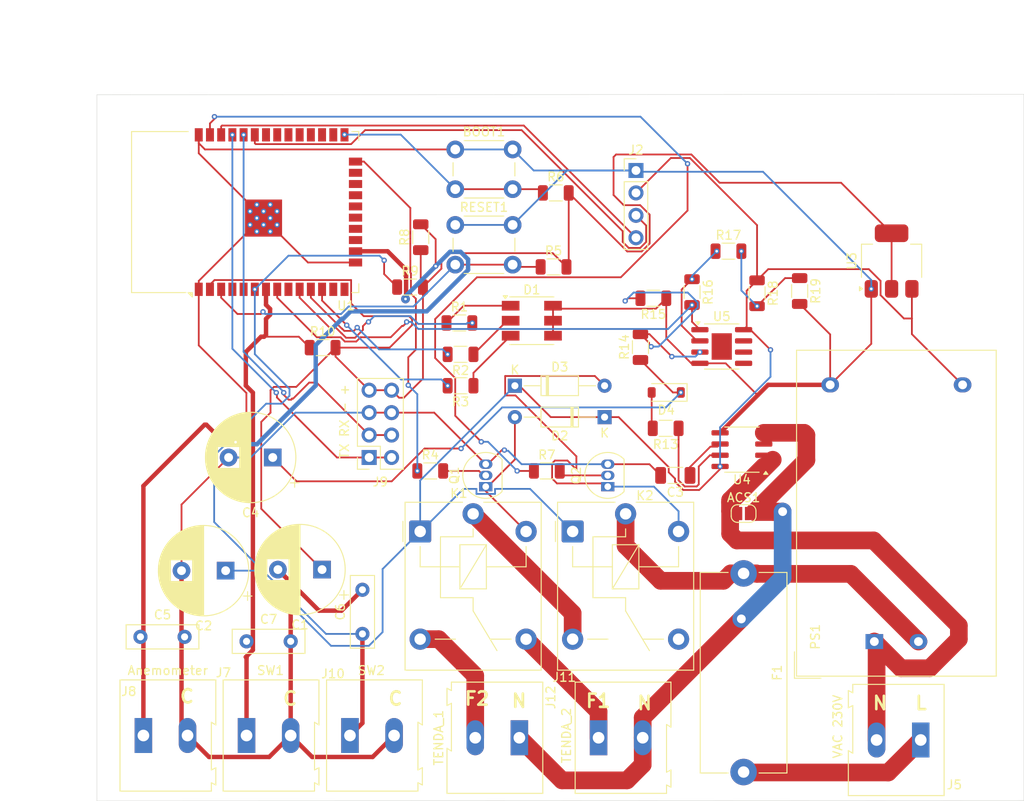
<source format=kicad_pcb>
(kicad_pcb (version 20241229) (generator "pcbnew") (generator_version "9.0")
  (layers (0 "F.Cu" signal) (2 "B.Cu" signal) (13 "F.Paste" user) (15 "B.Paste" user) (5 "F.SilkS" user "F.Silkscreen") (7 "B.SilkS" user "B.Silkscreen") (1 "F.Mask" user) (3 "B.Mask" user) (25 "Edge.Cuts" user))
  (net 0 "")
  (net 1 "GND")
  (net 2 "Net-(U1-IO0)")
  (net 3 "+3V3")
  (net 4 "+5V")
  (net 5 "Net-(D1-BA)")
  (net 6 "Net-(D1-GA)")
  (net 7 "Net-(D1-RA)")
  (net 8 "Net-(D2-A)")
  (net 9 "Net-(D3-A)")
  (net 10 "Net-(J8-Pin_1)")
  (net 11 "Net-(J2-Pin_3)")
  (net 12 "Net-(J2-Pin_4)")
  (net 13 "/230V_N")
  (net 14 "/230V_L")
  (net 15 "Net-(J7-Pin_1)")
  (net 16 "Net-(J9-Pin_3)")
  (net 17 "Net-(J9-Pin_1)")
  (net 18 "Net-(J10-Pin_1)")
  (net 19 "Net-(K1-Pad11)")
  (net 21 "Net-(Q1-B)")
  (net 22 "Net-(Q2-B)")
  (net 23 "Net-(U1-IO25)")
  (net 24 "Net-(U1-IO26)")
  (net 25 "Net-(U1-IO27)")
  (net 26 "Net-(U1-IO2)")
  (net 27 "Net-(U1-EN)")
  (net 28 "Net-(U1-IO23)")
  (net 39 "/230V_N_TENDA")
  (net 49 "Net-(J11-Pin_1)")
  (net 50 "Net-(J12-Pin_2)")
  (net 51 "Net-(J5-Pin_1)")
  (net 52 "Net-(U4-FILTER)")
  (net 53 "Net-(D4-K)")
  (net 54 "Net-(D4-A)")
  (net 55 "Net-(U4-VIOUT)")
  (net 56 "Net-(U5A-+)")
  (net 57 "Net-(U5A--)")
  (net 58 "/ampmeter")
  (net 59 "Net-(R17-Pad2)")
  (footprint "Jumper:SolderJumper-2_P1.3mm_Open_RoundedPad1.0x1.5mm" (layer "F.Cu") (at 143.256 107.442)
    (property "Reference" "ACS1")
    (property "Value" "JUMP")
  )
  (footprint "Capacitor_THT:CP_Radial_D10.0mm_P5.00mm" (layer "F.Cu") (at 89.916 101.092 180)
    (property "Reference" "C4")
    (property "Value" "56uF")
  )
  (footprint "Resistor_SMD:R_1206_3216Metric" (layer "F.Cu") (at 121.7275 79.502)
    (property "Reference" "R5")
    (property "Value" "R10K")
  )
  (footprint "Resistor_SMD:R_1206_3216Metric" (layer "F.Cu") (at 111.1905 89.408 180)
    (property "Reference" "R2")
    (property "Value" "R100")
  )
  (footprint "Capacitor_THT:C_Disc_D8.0mm_W2.5mm_P5.00mm" (layer "F.Cu") (at 74.93 121.412)
    (property "Reference" "C5")
    (property "Value" "C")
  )
  (footprint "Resistor_SMD:R_1206_3216Metric" (layer "F.Cu") (at 111.1905 92.964 180)
    (property "Reference" "R3")
    (property "Value" "R100")
  )
  (footprint "Package_TO_SOT_THT:TO-92_Inline" (layer "F.Cu") (at 114.046 104.394 90)
    (property "Reference" "Q1")
    (property "Value" "BC547")
  )
  (footprint "Fuse:Fuseholder_Cylinder-5x20mm_Schurter_0031_8201_Horizontal_Open" (layer "F.Cu") (at 143.256 114.226 -90)
    (property "Reference" "F1")
    (property "Value" "Fuse")
  )
  (footprint "TerminalBlock:TerminalBlock_Altech_AK300-2_P5.00mm" (layer "F.Cu") (at 98.664 132.588)
    (property "Reference" "J10")
    (property "Value" "SW2")
  )
  (footprint "Resistor_SMD:R_1206_3216Metric" (layer "F.Cu") (at 95.5655 88.646)
    (property "Reference" "R10")
    (property "Value" "R10K")
  )
  (footprint "Package_SO:SOIC-8_3.9x4.9mm_P1.27mm" (layer "F.Cu") (at 143.067 100.203 180)
    (property "Reference" "U4")
    (property "Value" "ACS712xLCTR-05B")
  )
  (footprint "Resistor_SMD:R_1206_3216Metric" (layer "F.Cu") (at 120.9655 102.616)
    (property "Reference" "R7")
    (property "Value" "R330")
  )
  (footprint "RF_Module:ESP32-WROOM-32" (layer "F.Cu") (at 89.784 73.292 90)
    (property "Reference" "U1")
    (property "Value" "ESP32-WROOM-32")
  )
  (footprint "Resistor_SMD:R_1206_3216Metric" (layer "F.Cu") (at 137.414 82.3575 -90)
    (property "Reference" "R16")
    (property "Value" "R12k")
  )
  (footprint "TerminalBlock:TerminalBlock_Altech_AK300-2_P5.00mm" (layer "F.Cu") (at 117.856 132.842 180)
    (property "Reference" "J12")
    (property "Value" "TENDA_1")
  )
  (footprint "Relay_THT:Relay_SPDT_Finder_36.11" (layer "F.Cu") (at 123.89 109.474)
    (property "Reference" "K2")
    (property "Value" "FINDER-36.11")
  )
  (footprint "Resistor_SMD:R_1206_3216Metric" (layer "F.Cu") (at 111.0595 85.852)
    (property "Reference" "R1")
    (property "Value" "R100")
  )
  (footprint "Package_SO:SOIC-8-1EP_3.9x4.9mm_P1.27mm_EP2.29x3mm" (layer "F.Cu") (at 140.781 88.519)
    (property "Reference" "U5")
    (property "Value" "LM358")
  )
  (footprint "Resistor_SMD:R_1206_3216Metric" (layer "F.Cu") (at 134.4275 97.79 180)
    (property "Reference" "R13")
    (property "Value" "R100")
  )
  (footprint "TerminalBlock:TerminalBlock_Altech_AK300-2_P5.00mm" (layer "F.Cu") (at 75.264 132.588)
    (property "Reference" "J8")
    (property "Value" "Anemometer")
  )
  (footprint "Resistor_SMD:R_1206_3216Metric" (layer "F.Cu") (at 144.78 82.4885 -90)
    (property "Reference" "R18")
    (property "Value" "R470")
  )
  (footprint "Relay_THT:Relay_SPDT_Finder_36.11" (layer "F.Cu") (at 106.618 109.474)
    (property "Reference" "K1")
    (property "Value" "FINDER-36.11")
  )
  (footprint "Diode_THT:D_DO-35_SOD27_P10.16mm_Horizontal" (layer "F.Cu") (at 117.348 92.964)
    (property "Reference" "D3")
    (property "Value" "Diode")
  )
  (footprint "Button_Switch_THT:SW_PUSH_6mm_H4.3mm" (layer "F.Cu") (at 110.594 74.748)
    (property "Reference" "RESET1")
    (property "Value" "RESET")
  )
  (footprint "Resistor_SMD:R_1206_3216Metric" (layer "F.Cu") (at 107.7575 102.616)
    (property "Reference" "R4")
    (property "Value" "R330")
  )
  (footprint "LED_SMD:LED_RGB_5050-6" (layer "F.Cu") (at 119.266 85.598)
    (property "Reference" "D1")
    (property "Value" "LED RGB")
  )
  (footprint "Capacitor_THT:CP_Radial_D10.0mm_P5.00mm" (layer "F.Cu") (at 84.582 113.912 180)
    (property "Reference" "C2")
    (property "Value" "C_Polarized")
  )
  (footprint "Resistor_SMD:R_1206_3216Metric" (layer "F.Cu") (at 133.0345 83.058 180)
    (property "Reference" "R15")
    (property "Value" "R12k")
  )
  (footprint "Resistor_SMD:R_1206_3216Metric" (layer "F.Cu") (at 141.5395 77.724)
    (property "Reference" "R17")
    (property "Value" "R10k")
  )
  (footprint "Resistor_SMD:R_1206_3216Metric" (layer "F.Cu") (at 105.4715 81.788)
    (property "Reference" "R9")
    (property "Value" "R10K")
  )
  (footprint "Button_Switch_THT:SW_PUSH_6mm_H4.3mm" (layer "F.Cu") (at 110.594 66.198)
    (property "Reference" "BOOT1")
    (property "Value" "BOOT")
  )
  (footprint "Capacitor_THT:CP_Radial_D10.0mm_P5.00mm" (layer "F.Cu") (at 95.504 113.792 180)
    (property "Reference" "C1")
    (property "Value" "C_Polarized")
  )
  (footprint "Connector_PinHeader_2.54mm:PinHeader_1x04_P2.54mm_Vertical" (layer "F.Cu") (at 131.064 68.58)
    (property "Reference" "J2")
    (property "Value" "I2C connector")
  )
  (footprint "Capacitor_THT:C_Disc_D8.0mm_W2.5mm_P5.00mm" (layer "F.Cu") (at 86.948 121.92)
    (property "Reference" "C7")
    (property "Value" "C")
  )
  (footprint "Resistor_SMD:R_1206_3216Metric" (layer "F.Cu") (at 121.9815 71.12)
    (property "Reference" "R6")
    (property "Value" "R10K")
  )
  (footprint "Resistor_SMD:R_1206_3216Metric" (layer "F.Cu") (at 106.68 76.1385 90)
    (property "Reference" "R8")
    (property "Value" "R10K")
  )
  (footprint "Inductor_SMD:L_1206_3216Metric_Pad1.22x1.90mm_HandSolder" (layer "F.Cu") (at 135.5205 103.124 180)
    (property "Reference" "C3")
    (property "Value" "1nF")
  )
  (footprint "TerminalBlock:TerminalBlock_Altech_AK300-2_P5.00mm" (layer "F.Cu") (at 86.948 132.588)
    (property "Reference" "J7")
    (property "Value" "SW1")
  )
  (footprint "TerminalBlock:TerminalBlock_Altech_AK300-2_P5.00mm" (layer "F.Cu") (at 126.826 132.842)
    (property "Reference" "J11")
    (property "Value" "TENDA_2")
  )
  (footprint "Diode_SMD:D_SOD-123" (layer "F.Cu") (at 134.492 93.726 180)
    (property "Reference" "D4")
    (property "Value" "1N4148W")
  )
  (footprint "Package_TO_SOT_THT:TO-92_Inline" (layer "F.Cu") (at 127.868 104.394 90)
    (property "Reference" "Q2")
    (property "Value" "BC547")
  )
  (footprint "Capacitor_THT:C_Disc_D8.0mm_W2.5mm_P5.00mm" (layer "F.Cu") (at 100.076 121.078 90)
    (property "Reference" "C6")
    (property "Value" "C")
  )
  (footprint "Connector_PinSocket_2.54mm:PinSocket_2x04_P2.54mm_Vertical" (layer "F.Cu") (at 100.838 101.092 180)
    (property "Reference" "J9")
    (property "Value" "TX RX - +")
  )
  (footprint "Resistor_SMD:R_1206_3216Metric" (layer "F.Cu") (at 149.606 82.2345 -90)
    (property "Reference" "R19")
    (property "Value" "R180")
  )
  (footprint "TerminalBlock:TerminalBlock_Altech_AK300-2_P5.00mm" (layer "F.Cu") (at 163.322 133.096 180)
    (property "Reference" "J5")
    (property "Value" "VAC 230V")
  )
  (footprint "Converter_ACDC:Converter_ACDC_Hi-Link_HLK-PMxx" (layer "F.Cu") (at 158.0655 121.9445 90)
    (property "Reference" "PS1")
    (property "Value" "HLK-PM01")
  )
  (footprint "Package_TO_SOT_SMD:SOT-223-3_TabPin2" (layer "F.Cu") (at 160.02 78.842 90)
    (property "Reference" "U3")
    (property "Value" "AMS1117-3.3")
  )
  (footprint "Diode_THT:D_DO-35_SOD27_P10.16mm_Horizontal" (layer "F.Cu") (at 127.508 96.52 180)
    (property "Reference" "D2")
    (property "Value" "Diode")
  )
  (footprint "Resistor_SMD:R_1206_3216Metric" (layer "F.Cu") (at 131.572 88.5845 90)
    (property "Reference" "R14")
    (property "Value" "R10k")
  )
  (gr_line (start 175.006 139.954) (end 175.006 59.954) (stroke (width 0.05)) (layer "Edge.Cuts"))
  (gr_line (start 175.006 59.954) (end 70 60) (stroke (width 0.05)) (layer "Edge.Cuts"))
  (gr_line (start 70 140) (end 175.006 139.954) (stroke (width 0.05)) (layer "Edge.Cuts"))
  (gr_line (start 70 60) (end 70 140) (stroke (width 0.05)) (layer "Edge.Cuts"))
  (gr_text "C" (at 79.248 129.032 0) (layer "F.SilkS") (effects (font (size 1.5 1.5) (thickness 0.3) (bold yes)) (justify left bottom)))
  (gr_text "N" (at 116.84 129.54 0) (layer "F.SilkS") (effects (font (size 1.5 1.5) (thickness 0.3) (bold yes)) (justify left bottom)))
  (gr_text "N" (at 131.064 129.794 0) (layer "F.SilkS") (effects (font (size 1.5 1.5) (thickness 0.3) (bold yes)) (justify left bottom)))
  (gr_text "F1" (at 125.222 129.54 0) (layer "F.SilkS") (effects (font (size 1.5 1.5) (thickness 0.3) (bold yes)) (justify left bottom)))
  (gr_text "F2" (at 111.506 129.286 0) (layer "F.SilkS") (effects (font (size 1.5 1.5) (thickness 0.3) (bold yes)) (justify left bottom)))
  (gr_text "C" (at 90.932 129.286 0) (layer "F.SilkS") (effects (font (size 1.5 1.5) (thickness 0.3) (bold yes)) (justify left bottom)))
  (gr_text "L" (at 162.56 129.794 0) (layer "F.SilkS") (effects (font (size 1.5 1.5) (thickness 0.3) (bold yes)) (justify left bottom)))
  (gr_text "N" (at 157.734 129.794 0) (layer "F.SilkS") (effects (font (size 1.5 1.5) (thickness 0.3) (bold yes)) (justify left bottom)))
  (gr_text "C" (at 102.87 129.286 0) (layer "F.SilkS") (effects (font (size 1.5 1.5) (thickness 0.3) (bold yes)) (justify left bottom)))
  (segment (start 88.654 73.972) (end 88.874 73.972) (width 0.2) (layer "F.Cu") (net 1))
  (segment (start 114.046 101.854) (end 114.271 101.854) (width 0.2) (layer "F.Cu") (net 1))
  (segment (start 86.330213 101.092) (end 86.931482 100.490731) (width 0.2) (layer "F.Cu") (net 1))
  (segment (start 97.71 118.444) (end 95.156 118.444) (width 0.5) (layer "F.Cu") (net 1))
  (segment (start 80.264 132.334) (end 79.582 131.652) (width 0.5) (layer "F.Cu") (net 1))
  (segment (start 133.321 84.234) (end 134.497 83.058) (width 0.2) (layer "F.Cu") (net 1))
  (segment (start 84.916 101.092) (end 79.582 106.426) (width 0.2) (layer "F.Cu") (net 1))
  (segment (start 134.497 83.058) (end 134.497 87.589999) (width 0.2) (layer "F.Cu") (net 1))
  (segment (start 100.076 116.078) (end 97.71 118.444) (width 0.5) (layer "F.Cu") (net 1))
  (segment (start 89.517 135.019) (end 82.695 135.019) (width 0.5) (layer "F.Cu") (net 1))
  (segment (start 91.948 115.236) (end 91.948 132.588) (width 0.5) (layer "F.Cu") (net 1))
  (segment (start 99.294 79.002) (end 93.904 79.002) (width 0.2) (layer "F.Cu") (net 1))
  (segment (start 79.582 131.652) (end 79.582 113.912) (width 0.5) (layer "F.Cu") (net 1))
  (segment (start 86.931482 100.490731) (end 86.931482 93.789482) (width 0.2) (layer "F.Cu") (net 1))
  (segment (start 144.845 94.045) (end 146.0255 92.8645) (width 0.5) (layer "F.Cu") (net 1))
  (segment (start 94.379 135.019) (end 91.948 132.588) (width 0.5) (layer "F.Cu") (net 1))
  (segment (start 80.264 132.588) (end 80.264 132.334) (width 0.5) (layer "F.Cu") (net 1))
  (segment (start 81.534 65.492) (end 82.24 66.198) (width 0.2) (layer "F.Cu") (net 1))
  (segment (start 82.24 66.198) (end 110.594 66.198) (width 0.2) (layer "F.Cu") (net 1))
  (segment (start 84.916 101.092) (end 86.330213 101.092) (width 0.2) (layer "F.Cu") (net 1))
  (segment (start 141.224 90.424) (end 144.845 94.045) (width 0.2) (layer "F.Cu") (net 1))
  (segment (start 90.504 113.792) (end 91.948 115.236) (width 0.5) (layer "F.Cu") (net 1))
  (segment (start 115.87362 100.25138) (end 116.15662 100.25138) (width 0.2) (layer "F.Cu") (net 1))
  (segment (start 93.904 79.002) (end 88.874 73.972) (width 0.2) (layer "F.Cu") (net 1))
  (segment (start 81.534 66.632) (end 87.349 72.447) (width 0.2) (layer "F.Cu") (net 1))
  (segment (start 103.664 132.588) (end 101.233 135.019) (width 0.5) (layer "F.Cu") (net 1))
  (segment (start 91.948 132.588) (end 89.517 135.019) (width 0.5) (layer "F.Cu") (net 1))
  (segment (start 81.534 64.542) (end 81.534 66.632) (width 0.2) (layer "F.Cu") (net 1))
  (segment (start 86.931482 93.789482) (end 81.534 88.392) (width 0.2) (layer "F.Cu") (net 1))
  (segment (start 146.0255 92.8645) (end 153.0655 92.8645) (width 0.5) (layer "F.Cu") (net 1))
  (segment (start 81.534 81.092) (end 88.654 73.972) (width 0.2) (layer "F.Cu") (net 1))
  (segment (start 122.002 84.234) (end 133.321 84.234) (width 0.2) (layer "F.Cu") (net 1))
  (segment (start 81.534 82.042) (end 81.534 81.092) (width 0.2) (layer "F.Cu") (net 1))
  (segment (start 157.72 81.992) (end 157.72 88.21) (width 0.2) (layer "F.Cu") (net 1))
  (segment (start 153.0655 87.1565) (end 149.606 83.697) (width 0.2) (layer "F.Cu") (net 1))
  (segment (start 100.838 96.012) (end 103.378 96.012) (width 0.2) (layer "F.Cu") (net 1))
  (segment (start 132.588 101.854) (end 133.858 103.124) (width 0.2) (layer "F.Cu") (net 1))
  (segment (start 138.306 90.424) (end 141.224 90.424) (width 0.2) (layer "F.Cu") (net 1))
  (segment (start 81.534 88.392) (end 81.534 82.042) (width 0.2) (layer "F.Cu") (net 1))
  (segment (start 137.331001 90.424) (end 138.306 90.424) (width 0.2) (layer "F.Cu") (net 1))
  (segment (start 140.592 98.298) (end 144.845 94.045) (width 0.5) (layer "F.Cu") (net 1))
  (segment (start 121.666 83.898) (end 122.002 84.234) (width 0.2) (layer "F.Cu") (net 1))
  (segment (start 127.868 101.854) (end 132.588 101.854) (width 0.2) (layer "F.Cu") (net 1))
  (segment (start 101.233 135.019) (end 94.379 135.019) (width 0.5) (layer "F.Cu") (net 1))
  (segment (start 79.582 106.426) (end 79.582 113.912) (width 0.2) (layer "F.Cu") (net 1))
  (segment (start 153.0655 92.8645) (end 153.0655 87.1565) (width 0.2) (layer "F.Cu") (net 1))
  (segment (start 134.497 87.589999) (end 137.331001 90.424) (width 0.2) (layer "F.Cu") (net 1))
  (segment (start 95.156 118.444) (end 90.504 113.792) (width 0.5) (layer "F.Cu") (net 1))
  (segment (start 81.534 64.542) (end 81.534 65.492) (width 0.2) (layer "F.Cu") (net 1))
  (segment (start 108.204 96.012) (end 114.046 101.854) (width 0.2) (layer "F.Cu") (net 1))
  (segment (start 121.666 87.298) (end 121.666 83.898) (width 0.2) (layer "F.Cu") (net 1))
  (segment (start 103.378 96.012) (end 108.204 96.012) (width 0.2) (layer "F.Cu") (net 1))
  (segment (start 157.72 88.21) (end 153.0655 92.8645) (width 0.2) (layer "F.Cu") (net 1))
  (segment (start 82.695 135.019) (end 80.264 132.588) (width 0.5) (layer "F.Cu") (net 1))
  (segment (start 114.271 101.854) (end 115.87362 100.25138) (width 0.2) (layer "F.Cu") (net 1))
  (via (at 116.15662 100.25138) (size 0.6) (drill 0.3) (layers "F.Cu" "B.Cu") (net 1))
  (via (at 157.72 81.992) (size 0.6) (drill 0.3) (layers "F.Cu" "B.Cu") (net 1))
  (segment (start 157.72 80.992) (end 157.72 81.992) (width 0.2) (layer "B.Cu") (net 1))
  (segment (start 87.407636 101.092) (end 92.487635 96.012) (width 0.2) (layer "B.Cu") (net 1))
  (segment (start 145.45 68.722) (end 157.72 80.992) (width 0.2) (layer "B.Cu") (net 1))
  (segment (start 110.594 66.198) (end 117.094 66.198) (width 0.2) (layer "B.Cu") (net 1))
  (segment (start 84.916 101.092) (end 87.407636 101.092) (width 0.2) (layer "B.Cu") (net 1))
  (segment (start 127.868 101.854) (end 118.11 101.854) (width 0.2) (layer "B.Cu") (net 1))
  (segment (start 117.094 74.748) (end 123.262 68.58) (width 0.2) (layer "B.Cu") (net 1))
  (segment (start 117.094 66.198) (end 119.476 68.58) (width 0.2) (layer "B.Cu") (net 1))
  (segment (start 118.11 101.854) (end 116.586 100.33) (width 0.2) (layer "B.Cu") (net 1))
  (segment (start 116.586 100.33) (end 116.23524 100.33) (width 0.2) (layer "B.Cu") (net 1))
  (segment (start 131.206 68.722) (end 145.45 68.722) (width 0.2) (layer "B.Cu") (net 1))
  (segment (start 92.487635 96.012) (end 100.838 96.012) (width 0.2) (layer "B.Cu") (net 1))
  (segment (start 119.476 68.58) (end 131.064 68.58) (width 0.2) (layer "B.Cu") (net 1))
  (segment (start 110.594 74.748) (end 117.094 74.748) (width 0.2) (layer "B.Cu") (net 1))
  (segment (start 123.262 68.58) (end 131.064 68.58) (width 0.2) (layer "B.Cu") (net 1))
  (segment (start 131.064 68.58) (end 131.206 68.722) (width 0.2) (layer "B.Cu") (net 1))
  (segment (start 116.23524 100.33) (end 116.15662 100.25138) (width 0.2) (layer "B.Cu") (net 1))
  (segment (start 98.044 64.542) (end 98.044 64.516) (width 0.2) (layer "F.Cu") (net 2))
  (segment (start 117.094 70.698) (end 110.594 70.698) (width 0.2) (layer "F.Cu") (net 2))
  (segment (start 117.094 70.698) (end 120.097 70.698) (width 0.2) (layer "F.Cu") (net 2))
  (segment (start 120.097 70.698) (end 120.519 71.12) (width 0.2) (layer "F.Cu") (net 2))
  (via (at 98.044 64.516) (size 0.6) (drill 0.3) (layers "F.Cu" "B.Cu") (net 2))
  (segment (start 98.044 64.516) (end 104.412 64.516) (width 0.2) (layer "B.Cu") (net 2))
  (segment (start 104.412 64.516) (end 110.594 70.698) (width 0.2) (layer "B.Cu") (net 2))
  (segment (start 100.838 93.472) (end 103.378 93.472) (width 0.2) (layer "F.Cu") (net 3))
  (segment (start 132.616 73.58424) (end 132.616 76.84286) (width 0.2) (layer "F.Cu") (net 3))
  (segment (start 160.02 75.692) (end 154.297 69.969) (width 0.2) (layer "F.Cu") (net 3))
  (segment (start 131.54076 72.509) (end 132.616 73.58424) (width 0.2) (layer "F.Cu") (net 3))
  (segment (start 140.541924 69.969) (end 137.340924 66.768) (width 0.2) (layer "F.Cu") (net 3))
  (segment (start 89.664497 96.009503) (end 89.664497 93.476379) (width 0.2) (layer "F.Cu") (net 3))
  (segment (start 128.524 71.358) (end 129.675 72.509) (width 0.2) (layer "F.Cu") (net 3))
  (segment (start 129.675 72.509) (end 131.54076 72.509) (width 0.2) (layer "F.Cu") (net 3))
  (segment (start 88.615 97.059) (end 89.664497 96.009503) (width 0.2) (layer "F.Cu") (net 3))
  (segment (start 123.19 79.502) (end 121.635 77.947) (width 0.2) (layer "F.Cu") (net 3))
  (segment (start 103.378 93.472) (end 104.228 94.322) (width 0.2) (layer "F.Cu") (net 3))
  (segment (start 82.804 82.042) (end 82.804 81.51) (width 0.2) (layer "F.Cu") (net 3))
  (segment (start 106.934 81.788) (end 106.934 81.534) (width 0.2) (layer "F.Cu") (net 3))
  (segment (start 83.323 80.991) (end 98.795 80.991) (width 0.2) (layer "F.Cu") (net 3))
  (segment (start 109.022988 78.824012) (end 109.022988 79.699012) (width 0.2) (layer "F.Cu") (net 3))
  (segment (start 106.934 92.156093) (end 106.934 81.788) (width 0.2) (layer "F.Cu") (net 3))
  (segment (start 104.768093 94.322) (end 106.934 92.156093) (width 0.2) (layer "F.Cu") (net 3))
  (segment (start 105.699179 85.433528) (end 105.699179 86.102022) (width 0.2) (layer "F.Cu") (net 3))
  (segment (start 123.444 79.248) (end 123.19 79.502) (width 0.2) (layer "F.Cu") (net 3))
  (segment (start 132.616 76.84286) (end 131.70686 77.752) (width 0.2) (layer "F.Cu") (net 3))
  (segment (start 123.444 71.12) (end 123.444 79.248) (width 0.2) (layer "F.Cu") (net 3))
  (segment (start 131.70686 77.752) (end 130.076 77.752) (width 0.2) (layer "F.Cu") (net 3))
  (segment (start 106.68 81.28) (end 106.68 77.601) (width 0.2) (layer "F.Cu") (net 3))
  (segment (start 154.297 69.969) (end 140.541924 69.969) (width 0.2) (layer "F.Cu") (net 3))
  (segment (start 97.028 89.662) (end 100.838 93.472) (width 0.2) (layer "F.Cu") (net 3))
  (segment (start 82.804 81.51) (end 83.323 80.991) (width 0.2) (layer "F.Cu") (net 3))
  (segment (start 137.340924 66.768) (end 128.812 66.768) (width 0.2) (layer "F.Cu") (net 3))
  (segment (start 103.155201 88.646) (end 97.028 88.646) (width 0.2) (layer "F.Cu") (net 3))
  (segment (start 160.02 75.692) (end 160.02 81.992) (width 0.2) (layer "F.Cu") (net 3))
  (segment (start 88.615 106.903) (end 88.615 97.059) (width 0.2) (layer "F.Cu") (net 3))
  (segment (start 109.022988 79.699012) (end 106.934 81.788) (width 0.2) (layer "F.Cu") (net 3))
  (segment (start 98.795 83.651761) (end 100.22859 85.085351) (width 0.2) (layer "F.Cu") (net 3))
  (segment (start 128.524 67.056) (end 128.524 71.358) (width 0.2) (layer "F.Cu") (net 3))
  (segment (start 105.351002 85.085351) (end 105.699179 85.433528) (width 0.2) (layer "F.Cu") (net 3))
  (segment (start 128.812 66.768) (end 128.524 67.056) (width 0.2) (layer "F.Cu") (net 3))
  (segment (start 104.228 94.322) (end 104.768093 94.322) (width 0.2) (layer "F.Cu") (net 3))
  (segment (start 95.504 113.792) (end 88.615 106.903) (width 0.2) (layer "F.Cu") (net 3))
  (segment (start 97.028 88.646) (end 97.028 89.662) (width 0.2) (layer "F.Cu") (net 3))
  (segment (start 98.795 80.991) (end 98.795 83.651761) (width 0.2) (layer "F.Cu") (net 3))
  (segment (start 90.045258 93.095618) (end 92.578382 93.095618) (width 0.2) (layer "F.Cu") (net 3))
  (segment (start 130.076 77.752) (end 123.444 71.12) (width 0.2) (layer "F.Cu") (net 3))
  (segment (start 109.9 77.947) (end 109.022988 78.824012) (width 0.2) (layer "F.Cu") (net 3))
  (segment (start 92.578382 93.095618) (end 97.028 88.646) (width 0.2) (layer "F.Cu") (net 3))
  (segment (start 121.635 77.947) (end 109.9 77.947) (width 0.2) (layer "F.Cu") (net 3))
  (segment (start 105.699179 86.102022) (end 103.155201 88.646) (width 0.2) (layer "F.Cu") (net 3))
  (segment (start 100.22859 85.085351) (end 105.351002 85.085351) (width 0.2) (layer "F.Cu") (net 3))
  (segment (start 89.664497 93.476379) (end 90.045258 93.095618) (width 0.2) (layer "F.Cu") (net 3))
  (segment (start 106.934 81.534) (end 106.68 81.28) (width 0.2) (layer "F.Cu") (net 3))
  (segment (start 117.856 92.964) (end 121.412 96.52) (width 0.2) (layer "F.Cu") (net 4))
  (segment (start 135.49 103.845345) (end 135.49 103.486) (width 0.2) (layer "F.Cu") (net 4))
  (segment (start 137.175239 67.168) (end 144.78 74.772761) (width 0.2) (layer "F.Cu") (net 4))
  (segment (start 162.32 81.992) (end 162.32 85.344) (width 0.2) (layer "F.Cu") (net 4))
  (segment (start 162.32 85.344) (end 162.32 87.119) (width 0.2) (layer "F.Cu") (net 4))
  (segment (start 131.064 71.12) (end 135.016 67.168) (width 0.2) (layer "F.Cu") (net 4))
  (segment (start 162.32 87.119) (end 168.0655 92.8645) (width 0.2) (layer "F.Cu") (net 4))
  (segment (start 158.771 81.086992) (end 158.771 82.699008) (width 0.2) (layer "F.Cu") (net 4))
  (segment (start 135.49 103.486) (end 134.7715 102.7675) (width 0.2) (layer "F.Cu") (net 4))
  (segment (start 140.592 102.407999) (end 138.224999 104.775) (width 0.2) (layer "F.Cu") (net 4))
  (segment (start 134.7715 102.7675) (end 134.7715 102.18884) (width 0.2) (layer "F.Cu") (net 4))
  (segment (start 135.016 67.168) (end 137.175239 67.168) (width 0.2) (layer "F.Cu") (net 4))
  (segment (start 117.348 92.964) (end 117.856 92.964) (width 0.2) (layer "F.Cu") (net 4))
  (segment (start 158.771 82.699008) (end 161.415992 85.344) (width 0.2) (layer "F.Cu") (net 4))
  (segment (start 144.78 74.772761) (end 144.78 81.026) (width 0.2) (layer "F.Cu") (net 4))
  (segment (start 138.224999 104.775) (end 136.419655 104.775) (width 0.2) (layer "F.Cu") (net 4))
  (segment (start 134.7715 102.18884) (end 129.10266 96.52) (width 0.2) (layer "F.Cu") (net 4))
  (segment (start 136.419655 104.775) (end 135.49 103.845345) (width 0.2) (layer "F.Cu") (net 4))
  (segment (start 144.78 81.026) (end 146.05 79.756) (width 0.2) (layer "F.Cu") (net 4))
  (segment (start 144.78 81.026) (end 143.604 82.202) (width 0.2) (layer "F.Cu") (net 4))
  (segment (start 121.412 96.52) (end 127.508 96.52) (width 0.2) (layer "F.Cu") (net 4))
  (segment (start 143.256 86.614) (end 144.018 86.614) (width 0.2) (layer "F.Cu") (net 4))
  (segment (start 161.415992 85.344) (end 162.32 85.344) (width 0.2) (layer "F.Cu") (net 4))
  (segment (start 129.10266 96.52) (end 127.508 96.52) (width 0.2) (layer "F.Cu") (net 4))
  (segment (start 143.604 82.202) (end 143.604 86.266) (width 0.2) (layer "F.Cu") (net 4))
  (segment (start 140.592 102.108) (end 140.592 102.407999) (width 0.2) (layer "F.Cu") (net 4))
  (segment (start 146.05 79.756) (end 157.440008 79.756) (width 0.2) (layer "F.Cu") (net 4))
  (segment (start 144.018 86.614) (end 146.304 88.9) (width 0.2) (layer "F.Cu") (net 4))
  (segment (start 143.604 86.266) (end 143.256 86.614) (width 0.2) (layer "F.Cu") (net 4))
  (segment (start 157.440008 79.756) (end 158.771 81.086992) (width 0.2) (layer "F.Cu") (net 4))
  (via (at 146.304 88.9) (size 0.6) (drill 0.3) (layers "F.Cu" "B.Cu") (net 4))
  (via (at 140.592 102.108) (size 0.6) (drill 0.3) (layers "F.Cu" "B.Cu") (net 4))
  (segment (start 119.064 104.648) (end 123.89 109.474) (width 0.2) (layer "B.Cu") (net 4))
  (segment (start 112.995 105.22) (end 115.097 105.22) (width 0.2) (layer "B.Cu") (net 4))
  (segment (start 106.68 109.474) (end 111.506 104.648) (width 0.2) (layer "B.Cu") (net 4))
  (segment (start 111.506 104.648) (end 112.995 104.648) (width 0.2) (layer "B.Cu") (net 4))
  (segment (start 84.582 113.912) (end 88.004 113.912) (width 0.2) (layer "B.Cu") (net 4))
  (segment (start 106.618 109.474) (end 106.68 109.474) (width 0.2) (layer "B.Cu") (net 4))
  (segment (start 146.304 91.948) (end 140.592 97.66) (width 0.2) (layer "B.Cu") (net 4))
  (segment (start 112.995 104.648) (end 112.995 105.22) (width 0.2) (layer "B.Cu") (net 4))
  (segment (start 102.362 120.87435) (end 102.362 113.73) (width 0.2) (layer "B.Cu") (net 4))
  (segment (start 140.592 97.66) (end 140.592 102.108) (width 0.2) (layer "B.Cu") (net 4))
  (segment (start 96.52 122.428) (end 100.80835 122.428) (width 0.2) (layer "B.Cu") (net 4))
  (segment (start 102.362 113.73) (end 106.618 109.474) (width 0.2) (layer "B.Cu") (net 4))
  (segment (start 88.004 113.912) (end 96.52 122.428) (width 0.2) (layer "B.Cu") (net 4))
  (segment (start 115.097 104.648) (end 119.064 104.648) (width 0.2) (layer "B.Cu") (net 4))
  (segment (start 115.097 105.22) (end 115.097 104.648) (width 0.2) (layer "B.Cu") (net 4))
  (segment (start 146.304 88.9) (end 146.304 91.948) (width 0.2) (layer "B.Cu") (net 4))
  (segment (start 106.618 103.694) (end 106.618 109.474) (width 0.2) (layer "B.Cu") (net 4))
  (segment (start 117.348 92.964) (end 106.618 103.694) (width 0.2) (layer "B.Cu") (net 4))
  (segment (start 100.80835 122.428) (end 102.362 120.87435) (width 0.2) (layer "B.Cu") (net 4))
  (segment (start 116.866 83.898) (end 111.551 83.898) (width 0.2) (layer "F.Cu") (net 5))
  (segment (start 111.551 83.898) (end 109.597 85.852) (width 0.2) (layer "F.Cu") (net 5))
  (segment (start 112.653 92.964) (end 112.653 91.511) (width 0.2) (layer "F.Cu") (net 6))
  (segment (start 112.653 91.511) (end 116.866 87.298) (width 0.2) (layer "F.Cu") (net 6))
  (segment (start 116.866 85.598) (end 116.463 85.598) (width 0.2) (layer "F.Cu") (net 7))
  (segment (start 116.463 85.598) (end 112.653 89.408) (width 0.2) (layer "F.Cu") (net 7))
  (segment (start 117.348 96.52) (end 117.348 101.317) (width 0.2) (layer "F.Cu") (net 8))
  (segment (start 114.271 104.394) (end 114.046 104.394) (width 0.2) (layer "F.Cu") (net 8))
  (segment (start 114.046 104.902) (end 118.618 109.474) (width 0.2) (layer "F.Cu") (net 8))
  (segment (start 114.046 104.394) (end 114.046 104.902) (width 0.2) (layer "F.Cu") (net 8))
  (segment (start 117.348 101.317) (end 114.271 104.394) (width 0.2) (layer "F.Cu") (net 8))
  (segment (start 126.407 91.863) (end 116.247 91.863) (width 0.2) (layer "F.Cu") (net 9))
  (segment (start 127.508 92.964) (end 126.407 91.863) (width 0.2) (layer "F.Cu") (net 9))
  (segment (start 124.314 100.96314) (end 124.314 102.450315) (width 0.2) (layer "F.Cu") (net 9))
  (segment (start 124.314 102.450315) (end 123.303685 101.44) (width 0.2) (layer "F.Cu") (net 9))
  (segment (start 123.303685 101.44) (end 121.88034 101.44) (width 0.2) (layer "F.Cu") (net 9))
  (segment (start 116.247 94.065) (end 117.41586 94.065) (width 0.2) (layer "F.Cu") (net 9))
  (segment (start 121.88034 101.44) (end 121.5645 101.75584) (width 0.2) (layer "F.Cu") (net 9))
  (segment (start 116.247 91.863) (end 116.247 94.065) (width 0.2) (layer "F.Cu") (net 9))
  (segment (start 117.41586 94.065) (end 124.314 100.96314) (width 0.2) (layer "F.Cu") (net 9))
  (segment (start 127.74486 104.394) (end 127.868 104.394) (width 0.2) (layer "F.Cu") (net 9))
  (segment (start 121.5645 103.47616) (end 122.11934 104.031) (width 0.2) (layer "F.Cu") (net 9))
  (segment (start 122.11934 104.031) (end 127.38186 104.031) (width 0.2) (layer "F.Cu") (net 9))
  (segment (start 127.38186 104.031) (end 127.74486 104.394) (width 0.2) (layer "F.Cu") (net 9))
  (segment (start 121.5645 101.75584) (end 121.5645 103.47616) (width 0.2) (layer "F.Cu") (net 9))
  (segment (start 135.89 109.474) (end 135.89 107.188) (width 0.2) (layer "B.Cu") (net 9))
  (segment (start 133.096 104.394) (end 127.868 104.394) (width 0.2) (layer "B.Cu") (net 9))
  (segment (start 135.89 107.188) (end 133.096 104.394) (width 0.2) (layer "B.Cu") (net 9))
  (segment (start 104.934158 80.417924) (end 105.0225 80.506266) (width 0.5) (layer "F.Cu") (net 10))
  (segment (start 82.202959 97.375041) (end 82.389041 97.375041) (width 0.5) (layer "F.Cu") (net 10))
  (segment (start 99.294 77.732) (end 102.934223 77.732) (width 0.5) (layer "F.Cu") (net 10))
  (segment (start 102.934223 77.732) (end 104.934158 79.731935) (width 0.5) (layer "F.Cu") (net 10))
  (segment (start 104.957346 83.113903) (end 104.957346 83.135351) (width 0.5) (layer "F.Cu") (net 10))
  (segment (start 83.684071 98.670071) (end 85.021989 98.670071) (width 0.5) (layer "F.Cu") (net 10))
  (segment (start 75.264 132.588) (end 75.264 104.314) (width 0.5) (layer "F.Cu") (net 10))
  (segment (start 105.0225 80.506266) (end 105.0225 83.048749) (width 0.5) (layer "F.Cu") (net 10))
  (segment (start 106.68 74.676) (end 108.372988 76.368988) (width 0.2) (layer "F.Cu") (net 10))
  (segment (start 108.372988 76.368988) (end 108.372988 79.416988) (width 0.2) (layer "F.Cu") (net 10))
  (segment (start 105.0225 83.048749) (end 104.957346 83.113903) (width 0.5) (layer "F.Cu") (net 10))
  (segment (start 104.934158 79.731935) (end 104.934158 80.417924) (width 0.5) (layer "F.Cu") (net 10))
  (segment (start 75.264 104.314) (end 82.202959 97.375041) (width 0.5) (layer "F.Cu") (net 10))
  (segment (start 82.389041 97.375041) (end 83.684071 98.670071) (width 0.5) (layer "F.Cu") (net 10))
  (segment (start 85.021989 98.670071) (end 85.703949 99.352031) (width 0.5) (layer "F.Cu") (net 10))
  (via (at 108.372988 79.416988) (size 0.6) (drill 0.3) (layers "F.Cu" "B.Cu") (net 10))
  (via (at 85.703949 99.352031) (size 1) (drill 0.3) (layers "F.Cu" "B.Cu") (net 10))
  (via (at 104.957346 83.135351) (size 1) (drill 0.3) (layers "F.Cu" "B.Cu") (net 10))
  (segment (start 111.195024 77.797) (end 112.045 78.646976) (width 0.5) (layer "B.Cu") (net 10))
  (segment (start 85.742921 99.391003) (end 85.703949 99.352031) (width 0.5) (layer "B.Cu") (net 10))
  (segment (start 97.749008 85.387) (end 94.785004 88.351004) (width 0.5) (layer "B.Cu") (net 10))
  (segment (start 108.372988 79.416988) (end 109.992976 77.797) (width 0.5) (layer "B.Cu") (net 10))
  (segment (start 85.904204 99.588189) (end 85.742921 99.426906) (width 0.5) (layer "B.Cu") (net 10))
  (segment (start 98.737278 84.535351) (end 97.885629 85.387) (width 0.5) (layer "B.Cu") (net 10))
  (segment (start 107.358673 84.535351) (end 98.737278 84.535351) (width 0.5) (layer "B.Cu") (net 10))
  (segment (start 109.992976 77.797) (end 111.195024 77.797) (width 0.5) (layer "B.Cu") (net 10))
  (segment (start 104.957346 82.83263) (end 108.372988 79.416988) (width 0.5) (layer "B.Cu") (net 10))
  (segment (start 112.045 79.849024) (end 107.358673 84.535351) (width 0.5) (layer "B.Cu") (net 10))
  (segment (start 104.957346 83.135351) (end 104.957346 82.83263) (width 0.5) (layer "B.Cu") (net 10))
  (segment (start 94.785004 92.936814) (end 88.133629 99.588189) (width 0.5) (layer "B.Cu") (net 10))
  (segment (start 94.785004 88.351004) (end 94.785004 92.936814) (width 0.5) (layer "B.Cu") (net 10))
  (segment (start 97.885629 85.387) (end 97.749008 85.387) (width 0.5) (layer "B.Cu") (net 10))
  (segment (start 88.133629 99.588189) (end 85.904204 99.588189) (width 0.5) (layer "B.Cu") (net 10))
  (segment (start 85.742921 99.426906) (end 85.742921 99.391003) (width 0.5) (layer "B.Cu") (net 10))
  (segment (start 112.045 78.646976) (end 112.045 79.849024) (width 0.5) (layer "B.Cu") (net 10))
  (segment (start 131.54076 77.351) (end 130.240686 77.351) (width 0.2) (layer "F.Cu") (net 11))
  (segment (start 100.38 64.008) (end 98.795 65.593) (width 0.2) (layer "F.Cu") (net 11))
  (segment (start 129.558215 75.456215) (end 118.11 64.008) (width 0.2) (layer "F.Cu") (net 11))
  (segment (start 132.215 74.811) (end 132.215 76.67676) (width 0.2) (layer "F.Cu") (net 11))
  (segment (start 87.985 65.593) (end 87.884 65.492) (width 0.2) (layer "F.Cu") (net 11))
  (segment (start 87.884 65.492) (end 87.884 64.542) (width 0.2) (layer "F.Cu") (net 11))
  (segment (start 118.11 64.008) (end 100.38 64.008) (width 0.2) (layer "F.Cu") (net 11))
  (segment (start 131.064 73.66) (end 132.215 74.811) (width 0.2) (layer "F.Cu") (net 11))
  (segment (start 98.795 65.593) (end 87.985 65.593) (width 0.2) (layer "F.Cu") (net 11))
  (segment (start 130.240686 77.351) (end 129.558215 76.668529) (width 0.2) (layer "F.Cu") (net 11))
  (segment (start 132.215 76.67676) (end 131.54076 77.351) (width 0.2) (layer "F.Cu") (net 11))
  (segment (start 129.558215 76.668529) (end 129.558215 75.456215) (width 0.2) (layer "F.Cu") (net 11))
  (segment (start 84.074 63.592) (end 84.074 64.542) (width 0.2) (layer "F.Cu") (net 12))
  (segment (start 118.355 63.491) (end 84.175 63.491) (width 0.2) (layer "F.Cu") (net 12))
  (segment (start 131.064 76.2) (end 118.355 63.491) (width 0.2) (layer "F.Cu") (net 12))
  (segment (start 84.175 63.491) (end 84.074 63.592) (width 0.2) (layer "F.Cu") (net 12))
  (segment (start 141.732 107.188) (end 141.732 109.728) (width 2) (layer "F.Cu") (net 13))
  (segment (start 142.494 110.49) (end 157.988 110.49) (width 2) (layer "F.Cu") (net 13))
  (segment (start 141.732 105.918) (end 141.732 107.188) (width 2) (layer "F.Cu") (net 13))
  (segment (start 158.322 133.096) (end 158.322 122.201) (width 2) (layer "F.Cu") (net 13))
  (segment (start 141.732 107.188) (end 141.732 106.172) (width 2) (layer "F.Cu") (net 13))
  (segment (start 158.322 122.201) (end 158.0655 121.9445) (width 2) (layer "F.Cu") (net 13))
  (segment (start 141.732 106.172) (end 146.558 101.346) (width 2) (layer "F.Cu") (net 13))
  (segment (start 157.988 110.49) (end 167.64 120.142) (width 2) (layer "F.Cu") (net 13))
  (segment (start 141.732 109.728) (end 142.494 110.49) (width 2) (layer "F.Cu") (net 13))
  (segment (start 161.089 124.968) (end 158.0655 121.9445) (width 2) (layer "F.Cu") (net 13))
  (segment (start 164.338 124.968) (end 161.089 124.968) (width 2) (layer "F.Cu") (net 13))
  (segment (start 167.64 120.142) (end 167.64 121.666) (width 2) (layer "F.Cu") (net 13))
  (segment (start 167.64 121.666) (end 164.338 124.968) (width 2) (layer "F.Cu") (net 13))
  (segment (start 145.542 102.108) (end 141.732 105.918) (width 2) (layer "F.Cu") (net 13))
  (segment (start 144.756 114.276) (end 144.706 114.226) (width 2) (layer "F.Cu") (net 14))
  (segment (start 141.806 114.226) (end 140.97 115.062) (width 2) (layer "F.Cu") (net 14))
  (segment (start 144.706 114.226) (end 141.806 114.226) (width 2) (layer "F.Cu") (net 14))
  (segment (start 155.397 114.276) (end 144.756 114.276) (width 2) (layer "F.Cu") (net 14))
  (segment (start 133.858 115.062) (end 129.89 111.094) (width 2) (layer "F.Cu") (net 14))
  (segment (start 129.89 111.094) (end 129.89 107.474) (width 2) (layer "F.Cu") (net 14))
  (segment (start 163.0655 121.9445) (end 155.397 114.276) (width 2) (layer "F.Cu") (net 14))
  (segment (start 140.97 115.062) (end 133.858 115.062) (width 2) (layer "F.Cu") (net 14))
  (segment (start 86.948 123.778) (end 86.868 123.698) (width 0.5) (layer "F.Cu") (net 15))
  (segment (start 87.667999 93.748181) (end 86.868 92.948182) (width 0.5) (layer "F.Cu") (net 15))
  (segment (start 89.154 85.38406) (end 89.613964 84.924096) (width 0.5) (layer "F.Cu") (net 15))
  (segment (start 86.868 92.948182) (end 86.868 89.138183) (width 0.5) (layer "F.Cu") (net 15))
  (segment (start 89.154 83.80139) (end 89.154 82.042) (width 0.5) (layer "F.Cu") (net 15))
  (segment (start 88.935 87.411) (end 89.154 87.192) (width 0.5) (layer "F.Cu") (net 15))
  (segment (start 86.868 89.138183) (end 88.595183 87.411) (width 0.5) (layer "F.Cu") (net 15))
  (segment (start 89.613964 84.261354) (end 89.154 83.80139) (width 0.5) (layer "F.Cu") (net 15))
  (segment (start 89.154 87.192) (end 89.154 85.38406) (width 0.5) (layer "F.Cu") (net 15))
  (segment (start 94.103 88.646) (end 92.868 87.411) (width 0.2) (layer "F.Cu") (net 15))
  (segment (start 92.868 87.411) (end 88.935 87.411) (width 0.2) (layer "F.Cu") (net 15))
  (segment (start 87.667999 122.898001) (end 87.667999 93.748181) (width 0.5) (layer "F.Cu") (net 15))
  (segment (start 89.613964 84.924096) (end 89.613964 84.261354) (width 0.5) (layer "F.Cu") (net 15))
  (segment (start 86.948 132.588) (end 86.948 123.778) (width 0.5) (layer "F.Cu") (net 15))
  (segment (start 88.595183 87.411) (end 88.935 87.411) (width 0.5) (layer "F.Cu") (net 15))
  (segment (start 86.868 123.698) (end 87.667999 122.898001) (width 0.5) (layer "F.Cu") (net 15))
  (segment (start 92.072435 94.492431) (end 92.017993 94.546873) (width 0.2) (layer "F.Cu") (net 16))
  (segment (start 92.072435 94.451071) (end 92.072435 94.492431) (width 0.2) (layer "F.Cu") (net 16))
  (segment (start 91.1645 94.00026) (end 91.1645 93.748988) (width 0.2) (layer "F.Cu") (net 16))
  (segment (start 100.838 98.552) (end 94.894236 92.608236) (width 0.2) (layer "F.Cu") (net 16))
  (segment (start 91.1645 93.748988) (end 91.16113 93.745618) (width 0.2) (layer "F.Cu") (net 16))
  (segment (start 92.017993 94.546873) (end 91.711113 94.546873) (width 0.2) (layer "F.Cu") (net 16))
  (segment (start 94.04227 92.608236) (end 92.230633 94.419873) (width 0.2) (layer "F.Cu") (net 16))
  (segment (start 91.711113 94.546873) (end 91.1645 94.00026) (width 0.2) (layer "F.Cu") (net 16))
  (segment (start 92.103633 94.419873) (end 92.072435 94.451071) (width 0.2) (layer "F.Cu") (net 16))
  (segment (start 100.838 98.552) (end 103.378 98.552) (width 0.2) (layer "F.Cu") (net 16))
  (segment (start 94.894236 92.608236) (end 94.04227 92.608236) (width 0.2) (layer "F.Cu") (net 16))
  (segment (start 92.230633 94.419873) (end 92.103633 94.419873) (width 0.2) (layer "F.Cu") (net 16))
  (via (at 91.16113 93.745618) (size 0.6) (drill 0.3) (layers "F.Cu" "B.Cu") (net 16))
  (via (at 86.614 64.542) (size 0.6) (drill 0.3) (layers "F.Cu" "B.Cu") (net 16))
  (segment (start 91.16113 93.673012) (end 91.16113 93.745618) (width 0.2) (layer "B.Cu") (net 16))
  (segment (start 86.614 64.542) (end 86.614 89.125882) (width 0.2) (layer "B.Cu") (net 16))
  (segment (start 86.614 89.125882) (end 91.16113 93.673012) (width 0.2) (layer "B.Cu") (net 16))
  (segment (start 90.391908 93.915411) (end 90.314497 93.838) (width 0.2) (layer "F.Cu") (net 17))
  (segment (start 100.838 101.092) (end 97.191133 101.092) (width 0.2) (layer "F.Cu") (net 17))
  (segment (start 97.191133 101.092) (end 90.391908 94.292775) (width 0.2) (layer "F.Cu") (net 17))
  (segment (start 100.838 101.092) (end 103.378 101.092) (width 0.2) (layer "F.Cu") (net 17))
  (segment (start 90.391908 94.292775) (end 90.391908 93.915411) (width 0.2) (layer "F.Cu") (net 17))
  (segment (start 90.314497 93.838) (end 90.314497 93.745618) (width 0.2) (layer "F.Cu") (net 17))
  (via (at 85.344 64.542) (size 0.6) (drill 0.3) (layers "F.Cu" "B.Cu") (net 17))
  (via (at 90.314497 93.745618) (size 0.6) (drill 0.3) (layers "F.Cu" "B.Cu") (net 17))
  (segment (start 85.344 88.775121) (end 90.314497 93.745618) (width 0.2) (layer "B.Cu") (net 17))
  (segment (start 85.344 64.542) (end 85.344 88.775121) (width 0.2) (layer "B.Cu") (net 17))
  (segment (start 102.534905 80.313905) (end 102.534905 78.758459) (width 0.2) (layer "F.Cu") (net 18))
  (segment (start 100.076 131.176) (end 98.664 132.588) (width 0.5) (layer "F.Cu") (net 18))
  (segment (start 104.009 81.788) (end 102.534905 80.313905) (width 0.2) (layer "F.Cu") (net 18))
  (segment (start 100.076 121.078) (end 100.076 131.176) (width 0.5) (layer "F.Cu") (net 18))
  (via (at 87.884 82.042) (size 0.6) (drill 0.3) (layers "F.Cu" "B.Cu") (net 18))
  (via (at 102.534905 78.758459) (size 0.6) (drill 0.3) (layers "F.Cu" "B.Cu") (net 18))
  (segment (start 83.281 108.408892) (end 95.950108 121.078) (width 0.2) (layer "B.Cu") (net 18))
  (segment (start 84.443847 99.724261) (end 83.281 100.887108) (width 0.2) (layer "B.Cu") (net 18))
  (segment (start 84.443847 99.022153) (end 84.443847 99.724261) (width 0.2) (layer "B.Cu") (net 18))
  (segment (start 87.884 82.042) (end 91.694 78.232) (width 0.2) (layer "B.Cu") (net 18))
  (segment (start 87.884 89.384261) (end 91.8145 93.314761) (width 0.2) (layer "B.Cu") (net 18))
  (segment (start 86.348037 97.820071) (end 85.645929 97.820071) (width 0.2) (layer "B.Cu") (net 18))
  (segment (start 89.172108 94.996) (end 86.348037 97.820071) (width 0.2) (layer "B.Cu") (net 18))
  (segment (start 91.8145 93.314761) (end 91.8145 94.1005) (width 0.2) (layer "B.Cu") (net 18))
  (segment (start 91.8145 94.1005) (end 90.919 94.996) (width 0.2) (layer "B.Cu") (net 18))
  (segment (start 85.645929 97.820071) (end 84.443847 99.022153) (width 0.2) (layer "B.Cu") (net 18))
  (segment (start 91.694 78.232) (end 102.008446 78.232) (width 0.2) (layer "B.Cu") (net 18))
  (segment (start 90.919 94.996) (end 89.172108 94.996) (width 0.2) (layer "B.Cu") (net 18))
  (segment (start 83.281 100.887108) (end 83.281 108.408892) (width 0.2) (layer "B.Cu") (net 18))
  (segment (start 102.008446 78.232) (end 102.534905 78.758459) (width 0.2) (layer "B.Cu") (net 18))
  (segment (start 87.884 82.042) (end 87.884 89.384261) (width 0.2) (layer "B.Cu") (net 18))
  (segment (start 95.950108 121.078) (end 100.076 121.078) (width 0.2) (layer "B.Cu") (net 18))
  (segment (start 123.89 118.746) (end 112.618 107.474) (width 2) (layer "F.Cu") (net 19))
  (segment (start 123.89 121.674) (end 123.89 118.746) (width 2) (layer "F.Cu") (net 19))
  (segment (start 114.046 103.124) (end 113.792 103.124) (width 0.2) (layer "F.Cu") (net 21))
  (segment (start 113.792 103.124) (end 113.284 102.616) (width 0.2) (layer "F.Cu") (net 21))
  (segment (start 113.284 102.616) (end 109.22 102.616) (width 0.2) (layer "F.Cu") (net 21))
  (segment (start 127.868 103.124) (end 122.936 103.124) (width 0.2) (layer "F.Cu") (net 22))
  (segment (start 122.936 103.124) (end 122.428 102.616) (width 0.2) (layer "F.Cu") (net 22))
  (segment (start 97.036314 86.36) (end 97.699888 87.023574) (width 0.2) (layer "F.Cu") (net 23))
  (segment (start 92.964 82.992) (end 96.332 86.36) (width 0.2) (layer "F.Cu") (net 23))
  (segment (start 100.6061 85.735351) (end 100.763763 85.735351) (width 0.2) (layer "F.Cu") (net 23))
  (segment (start 97.715899 87.023574) (end 98.221367 87.529042) (width 0.2) (layer "F.Cu") (net 23))
  (segment (start 99.243521 87.529042) (end 100.132282 86.640281) (width 0.2) (layer "F.Cu") (net 23))
  (segment (start 92.964 82.042) (end 92.964 82.992) (width 0.2) (layer "F.Cu") (net 23))
  (segment (start 97.699888 87.023574) (end 97.715899 87.023574) (width 0.2) (layer "F.Cu") (net 23))
  (segment (start 100.132282 86.640281) (end 100.132282 86.209169) (width 0.2) (layer "F.Cu") (net 23))
  (segment (start 96.332 86.36) (end 97.036314 86.36) (width 0.2) (layer "F.Cu") (net 23))
  (segment (start 100.132282 86.209169) (end 100.6061 85.735351) (width 0.2) (layer "F.Cu") (net 23))
  (segment (start 98.221367 87.529042) (end 99.243521 87.529042) (width 0.2) (layer "F.Cu") (net 23))
  (via (at 112.522 85.852) (size 0.6) (drill 0.3) (layers "F.Cu" "B.Cu") (net 23))
  (via (at 100.763763 85.735351) (size 0.6) (drill 0.3) (layers "F.Cu" "B.Cu") (net 23))
  (segment (start 111.9595 85.852) (end 111.8515 85.96) (width 0.2) (layer "B.Cu") (net 23))
  (segment (start 112.522 85.852) (end 111.9595 85.852) (width 0.2) (layer "B.Cu") (net 23))
  (segment (start 111.8515 85.96) (end 106.39537 85.96) (width 0.2) (layer "B.Cu") (net 23))
  (segment (start 105.520721 85.085351) (end 101.413763 85.085351) (width 0.2) (layer "B.Cu") (net 23))
  (segment (start 106.39537 85.96) (end 105.520721 85.085351) (width 0.2) (layer "B.Cu") (net 23))
  (segment (start 101.413763 85.085351) (end 100.763763 85.735351) (width 0.2) (layer "B.Cu") (net 23))
  (segment (start 99.101282 86.752042) (end 99.482282 86.371042) (width 0.2) (layer "F.Cu") (net 24))
  (segment (start 94.234 82.992) (end 97.748 86.506) (width 0.2) (layer "F.Cu") (net 24))
  (segment (start 94.234 82.042) (end 94.234 82.992) (width 0.2) (layer "F.Cu") (net 24))
  (segment (start 97.748 86.506) (end 97.778761 86.506) (width 0.2) (layer "F.Cu") (net 24))
  (segment (start 98.024803 86.752042) (end 99.101282 86.752042) (width 0.2) (layer "F.Cu") (net 24))
  (segment (start 97.778761 86.506) (end 98.024803 86.752042) (width 0.2) (layer "F.Cu") (net 24))
  (via (at 109.728 89.408) (size 0.6) (drill 0.3) (layers "F.Cu" "B.Cu") (net 24))
  (via (at 99.482282 86.371042) (size 0.6) (drill 0.3) (layers "F.Cu" "B.Cu") (net 24))
  (segment (start 101.95674 88.8455) (end 99.482282 86.371042) (width 0.2) (layer "B.Cu") (net 24))
  (segment (start 109.728 89.408) (end 109.1655 88.8455) (width 0.2) (layer "B.Cu") (net 24))
  (segment (start 109.1655 88.8455) (end 101.95674 88.8455) (width 0.2) (layer "B.Cu") (net 24))
  (segment (start 95.504 82.042) (end 95.504 83.312) (width 0.2) (layer "F.Cu") (net 25))
  (segment (start 95.504 83.312) (end 98.298 86.106) (width 0.2) (layer "F.Cu") (net 25))
  (via (at 98.298 86.106) (size 0.6) (drill 0.3) (layers "F.Cu" "B.Cu") (net 25))
  (via (at 109.728 92.964) (size 0.6) (drill 0.3) (layers "F.Cu" "B.Cu") (net 25))
  (segment (start 98.298 86.106) (end 104.443 92.251) (width 0.2) (layer "B.Cu") (net 25))
  (segment (start 104.443 92.251) (end 109.015 92.251) (width 0.2) (layer "B.Cu") (net 25))
  (segment (start 109.015 92.251) (end 109.728 92.964) (width 0.2) (layer "B.Cu") (net 25))
  (segment (start 105.504 80.15834) (end 105.5725 80.22684) (width 0.2) (layer "F.Cu") (net 26))
  (segment (start 105.5725 82.548423) (end 106.131763 83.107686) (width 0.2) (layer "F.Cu") (net 26))
  (segment (start 105.504 72.832) (end 105.504 80.15834) (width 0.2) (layer "F.Cu") (net 26))
  (segment (start 100.244 67.572) (end 105.504 72.832) (width 0.2) (layer "F.Cu") (net 26))
  (segment (start 106.131763 88.87128) (end 105.269854 89.733189) (width 0.2) (layer "F.Cu") (net 26))
  (segment (start 105.269854 89.733189) (end 105.269854 92.901) (width 0.2) (layer "F.Cu") (net 26))
  (segment (start 105.5725 80.22684) (end 105.5725 82.548423) (width 0.2) (layer "F.Cu") (net 26))
  (segment (start 99.294 67.572) (end 100.244 67.572) (width 0.2) (layer "F.Cu") (net 26))
  (segment (start 106.131763 83.107686) (end 106.131763 88.87128) (width 0.2) (layer "F.Cu") (net 26))
  (via (at 105.269854 92.901) (size 0.6) (drill 0.3) (layers "F.Cu" "B.Cu") (net 26))
  (via (at 106.295 102.616) (size 0.6) (drill 0.3) (layers "F.Cu" "B.Cu") (net 26))
  (segment (start 106.295 93.926146) (end 105.269854 92.901) (width 0.2) (layer "B.Cu") (net 26))
  (segment (start 106.295 102.616) (end 106.295 93.926146) (width 0.2) (layer "B.Cu") (net 26))
  (segment (start 85.918 84.836) (end 88.570689 84.836) (width 0.2) (layer "F.Cu") (net 27))
  (segment (start 117.348 79.502) (end 117.094 79.248) (width 0.2) (layer "F.Cu") (net 27))
  (segment (start 117.094 79.248) (end 110.594 79.248) (width 0.2) (layer "F.Cu") (net 27))
  (segment (start 120.265 79.502) (end 117.348 79.502) (width 0.2) (layer "F.Cu") (net 27))
  (segment (start 84.074 82.042) (end 84.074 82.992) (width 0.2) (layer "F.Cu") (net 27))
  (segment (start 88.570689 84.836) (end 88.813964 84.592725) (width 0.2) (layer "F.Cu") (net 27))
  (segment (start 84.074 82.992) (end 85.918 84.836) (width 0.2) (layer "F.Cu") (net 27))
  (via (at 88.813964 84.592725) (size 0.6) (drill 0.3) (layers "F.Cu" "B.Cu") (net 27))
  (segment (start 98.50946 83.985351) (end 97.658811 84.836) (width 0.2) (layer "B.Cu") (net 27))
  (segment (start 105.856648 83.985352) (end 98.50946 83.985351) (width 0.2) (layer "B.Cu") (net 27))
  (segment (start 89.057239 84.836) (end 88.813964 84.592725) (width 0.2) (layer "B.Cu") (net 27))
  (segment (start 110.594 79.248) (end 105.856648 83.985352) (width 0.2) (layer "B.Cu") (net 27))
  (segment (start 97.658811 84.836) (end 89.057239 84.836) (width 0.2) (layer "B.Cu") (net 27))
  (segment (start 82.804 63.246) (end 82.804 64.542) (width 0.2) (layer "F.Cu") (net 28))
  (segment (start 119.503 102.616) (end 117.602 102.616) (width 0.2) (layer "F.Cu") (net 28))
  (segment (start 108.316 89.82834) (end 108.316 85.40934) (width 0.2) (layer "F.Cu") (net 28))
  (segment (start 83.312 62.738) (end 82.804 63.246) (width 0.2) (layer "F.Cu") (net 28))
  (segment (start 83.312 62.484) (end 83.312 62.738) (width 0.2) (layer "F.Cu") (net 28))
  (segment (start 136.906 73.118546) (end 136.906 67.818) (width 0.2) (layer "F.Cu") (net 28))
  (segment (start 110.5915 92.10384) (end 108.316 89.82834) (width 0.2) (layer "F.Cu") (net 28))
  (segment (start 113.04734 80.678) (end 129.346546 80.678) (width 0.2) (layer "F.Cu") (net 28))
  (segment (start 129.346546 80.678) (end 136.906 73.118546) (width 0.2) (layer "F.Cu") (net 28))
  (segment (start 110.5915 96.3675) (end 110.5915 92.10384) (width 0.2) (layer "F.Cu") (net 28))
  (segment (start 113.538 99.314) (end 110.5915 96.3675) (width 0.2) (layer "F.Cu") (net 28))
  (segment (start 108.316 85.40934) (end 113.04734 80.678) (width 0.2) (layer "F.Cu") (net 28))
  (via (at 136.906 67.818) (size 0.6) (drill 0.3) (layers "F.Cu" "B.Cu") (net 28))
  (via (at 113.538 99.314) (size 0.6) (drill 0.3) (layers "F.Cu" "B.Cu") (net 28))
  (via (at 117.602 102.616) (size 0.6) (drill 0.3) (layers "F.Cu" "B.Cu") (net 28))
  (via (at 83.312 62.484) (size 0.6) (drill 0.3) (layers "F.Cu" "B.Cu") (net 28))
  (segment (start 136.906 67.818) (end 131.572 62.484) (width 0.2) (layer "B.Cu") (net 28))
  (segment (start 114.3 99.314) (end 113.538 99.314) (width 0.2) (layer "B.Cu") (net 28))
  (segment (start 117.602 102.616) (end 114.3 99.314) (width 0.2) (layer "B.Cu") (net 28))
  (segment (start 131.572 62.484) (end 83.312 62.484) (width 0.2) (layer "B.Cu") (net 28))
  (segment (start 146.709121 107.271) (end 146.758121 107.222) (width 2) (layer "F.Cu") (net 39))
  (segment (start 130.048 137.668) (end 131.826 135.89) (width 2) (layer "F.Cu") (net 39))
  (segment (start 150.114 98.298) (end 145.542 98.298) (width 2) (layer "F.Cu") (net 39))
  (segment (start 131.826 132.842) (end 131.826 130.556) (width 2) (layer "F.Cu") (net 39))
  (segment (start 122.682 137.668) (end 130.048 137.668) (width 2) (layer "F.Cu") (net 39))
  (segment (start 150.368 101.386) (end 150.368 98.552) (width 2) (layer "F.Cu") (net 39))
  (segment (start 144.483 107.271) (end 150.368 101.386) (width 2) (layer "F.Cu") (net 39))
  (segment (start 146.758121 107.222) (end 147.678121 107.222) (width 2) (layer "F.Cu") (net 39))
  (segment (start 144.483 107.271) (end 146.709121 107.271) (width 2) (layer "F.Cu") (net 39))
  (segment (start 144.312 107.271) (end 144.483 107.271) (width 1) (layer "F.Cu") (net 39))
  (segment (start 117.856 132.842) (end 122.682 137.668) (width 2) (layer "F.Cu") (net 39))
  (segment (start 131.826 130.556) (end 143.002 119.38) (width 2) (layer "F.Cu") (net 39))
  (segment (start 150.368 98.552) (end 150.114 98.298) (width 2) (layer "F.Cu") (net 39))
  (segment (start 145.542 99.568) (end 145.542 98.298) (width 0.2) (layer "F.Cu") (net 39))
  (segment (start 131.826 135.89) (end 131.826 132.842) (width 2) (layer "F.Cu") (net 39))
  (via (at 143.002 119.38) (size 2) (drill 1) (layers "F.Cu" "B.Cu") (net 39))
  (via (at 147.678121 107.222) (size 2) (drill 1) (layers "F.Cu" "B.Cu") (net 39))
  (segment (start 143.002 119.38) (end 147.678121 114.703879) (width 2) (layer "B.Cu") (net 39))
  (segment (start 147.678121 114.703879) (end 147.678121 107.222) (width 2) (layer "B.Cu") (net 39))
  (segment (start 126.826 129.882) (end 118.618 121.674) (width 2) (layer "F.Cu") (net 49))
  (segment (start 126.826 132.842) (end 126.826 129.882) (width 2) (layer "F.Cu") (net 49))
  (segment (start 112.856 125.81) (end 112.856 132.842) (width 2) (layer "F.Cu") (net 50))
  (segment (start 108.72 121.674) (end 112.856 125.81) (width 2) (layer "F.Cu") (net 50))
  (segment (start 106.618 121.674) (end 108.72 121.674) (width 2) (layer "F.Cu") (net 50))
  (segment (start 163.322 133.096) (end 159.642 136.776) (width 2) (layer "F.Cu") (net 51))
  (segment (start 159.642 136.776) (end 143.306 136.776) (width 2) (layer "F.Cu") (net 51))
  (segment (start 143.306 136.776) (end 143.256 136.726) (width 2) (layer "F.Cu") (net 51))
  (segment (start 137.183 103.124) (end 137.183 102.174) (width 0.2) (layer "F.Cu") (net 52))
  (segment (start 140.292 99.868) (end 140.592 99.568) (width 0.2) (layer "F.Cu") (net 52))
  (segment (start 137.183 102.174) (end 139.489 99.868) (width 0.2) (layer "F.Cu") (net 52))
  (segment (start 139.489 99.868) (end 140.292 99.868) (width 0.2) (layer "F.Cu") (net 52))
  (segment (start 135.251 93.726) (end 136.142 93.726) (width 0.2) (layer "F.Cu") (net 53))
  (segment (start 103.39534 103.792) (end 107.11134 100.076) (width 0.2) (layer "F.Cu") (net 53))
  (segment (start 92.616 103.792) (end 103.39534 103.792) (width 0.2) (layer "F.Cu") (net 53))
  (segment (start 89.916 101.092) (end 92.616 103.792) (width 0.2) (layer "F.Cu") (net 53))
  (segment (start 107.11134 100.076) (end 111.252 100.076) (width 0.2) (layer "F.Cu") (net 53))
  (segment (start 131.572 90.047) (end 135.251 93.726) (width 0.2) (layer "F.Cu") (net 53))
  (via (at 136.142 93.726) (size 0.6) (drill 0.3) (layers "F.Cu" "B.Cu") (net 53))
  (via (at 111.252 100.076) (size 0.6) (drill 0.3) (layers "F.Cu" "B.Cu") (net 53))
  (segment (start 134.449 95.419) (end 136.142 93.726) (width 0.2) (layer "B.Cu") (net 53))
  (segment (start 111.252 100.076) (end 115.909 95.419) (width 0.2) (layer "B.Cu") (net 53))
  (segment (start 115.909 95.419) (end 134.449 95.419) (width 0.2) (layer "B.Cu") (net 53))
  (segment (start 132.842 97.667) (end 132.965 97.79) (width 0.2) (layer "F.Cu") (net 54))
  (segment (start 132.842 93.726) (end 132.842 97.667) (width 0.2) (layer "F.Cu") (net 54))
  (segment (start 138.176 104.14) (end 137.941 104.375) (width 0.2) (layer "F.Cu") (net 55))
  (segment (start 136.58534 104.375) (end 135.89 103.67966) (width 0.2) (layer "F.Cu") (net 55))
  (segment (start 139.44734 100.838) (end 138.176 102.10934) (width 0.2) (layer "F.Cu") (net 55))
  (segment (start 140.592 100.838) (end 139.44734 100.838) (width 0.2) (layer "F.Cu") (net 55))
  (segment (start 138.176 102.10934) (end 138.176 104.14) (width 0.2) (layer "F.Cu") (net 55))
  (segment (start 135.89 103.67966) (end 135.89 97.79) (width 0.2) (layer "F.Cu") (net 55))
  (segment (start 137.941 104.375) (end 136.58534 104.375) (width 0.2) (layer "F.Cu") (net 55))
  (segment (start 131.798212 87.122) (end 131.77762 87.142592) (width 0.2) (layer "F.Cu") (net 56))
  (segment (start 132.588 87.122) (end 131.798212 87.122) (width 0.2) (layer "F.Cu") (net 56))
  (segment (start 131.572 83.058) (end 130.14476 83.058) (width 0.2) (layer "F.Cu") (net 56))
  (segment (start 132.552094 88.304948) (end 132.781146 88.534) (width 0.2) (layer "F.Cu") (net 56))
  (segment (start 132.552094 88.102094) (end 132.552094 88.304948) (width 0.2) (layer "F.Cu") (net 56))
  (segment (start 130.14476 83.058) (end 129.84238 83.36038) (width 0.2) (layer "F.Cu") (net 56))
  (segment (start 131.77762 87.32762) (end 132.552094 88.102094) (width 0.2) (layer "F.Cu") (net 56))
  (segment (start 131.77762 87.142592) (end 131.77762 87.32762) (width 0.2) (layer "F.Cu") (net 56))
  (segment (start 135.128 89.662) (end 132.588 87.122) (width 0.2) (layer "F.Cu") (net 56))
  (via (at 129.84238 83.36038) (size 0.6) (drill 0.3) (layers "F.Cu" "B.Cu") (net 56))
  (via (at 138.306 89.154) (size 0.6) (drill 0.3) (layers "F.Cu" "B.Cu") (net 56))
  (via (at 135.128 89.662) (size 0.6) (drill 0.3) (layers "F.Cu" "B.Cu") (net 56))
  (via (at 132.781146 88.534) (size 0.6) (drill 0.3) (layers "F.Cu" "B.Cu") (net 56))
  (segment (start 138.064 83.550761) (end 138.064 84.089239) (width 0.2) (layer "B.Cu") (net 56))
  (segment (start 129.84238 83.36038) (end 130.79476 82.408) (width 0.2) (layer "B.Cu") (net 56))
  (segment (start 138.064 84.089239) (end 133.619239 88.534) (width 0.2) (layer "B.Cu") (net 56))
  (segment (start 136.921239 82.408) (end 138.064 83.550761) (width 0.2) (layer "B.Cu") (net 56))
  (segment (start 133.619239 88.534) (end 132.781146 88.534) (width 0.2) (layer "B.Cu") (net 56))
  (segment (start 137.798 89.662) (end 138.306 89.154) (width 0.2) (layer "B.Cu") (net 56))
  (segment (start 135.128 89.662) (end 137.798 89.662) (width 0.2) (layer "B.Cu") (net 56))
  (segment (start 130.79476 82.408) (end 136.921239 82.408) (width 0.2) (layer "B.Cu") (net 56))
  (segment (start 138.306 87.884) (end 137.959032 87.884) (width 0.2) (layer "F.Cu") (net 57))
  (segment (start 140.077 77.724) (end 140.208 77.724) (width 0.2) (layer "F.Cu") (net 57))
  (segment (start 136.238 86.162968) (end 136.238 82.071) (width 0.2) (layer "F.Cu") (net 57))
  (segment (start 137.959032 87.884) (end 136.238 86.162968) (width 0.2) (layer "F.Cu") (net 57))
  (segment (start 136.238 82.071) (end 137.414 80.895) (width 0.2) (layer "F.Cu") (net 57))
  (via (at 137.414 80.895) (size 0.6) (drill 0.3) (layers "F.Cu" "B.Cu") (net 57))
  (via (at 140.208 77.724) (size 0.6) (drill 0.3) (layers "F.Cu" "B.Cu") (net 57))
  (segment (start 137.414 80.518) (end 137.414 80.895) (width 0.2) (layer "B.Cu") (net 57))
  (segment (start 140.208 77.724) (end 137.414 80.518) (width 0.2) (layer "B.Cu") (net 57))
  (segment (start 98.081964 87.955324) (end 99.382925 87.955324) (width 0.2) (layer "F.Cu") (net 58))
  (segment (start 104.702633 86.179329) (end 104.894763 85.987199) (width 0.2) (layer "F.Cu") (net 58))
  (segment (start 97.59664 87.47) (end 98.081964 87.955324) (width 0.2) (layer "F.Cu") (net 58))
  (segment (start 104.894763 85.987199) (end 104.910555 85.987199) (width 0.2) (layer "F.Cu") (net 58))
  (segment (start 103.284 87.47) (end 104.574671 86.179329) (width 0.2) (layer "F.Cu") (net 58))
  (segment (start 105.081763 85.815991) (end 105.081763 85.735351) (width 0.2) (layer "F.Cu") (net 58))
  (segment (start 94.902 87.47) (end 97.59664 87.47) (width 0.2) (layer "F.Cu") (net 58))
  (segment (start 99.868249 87.47) (end 103.284 87.47) (width 0.2) (layer "F.Cu") (net 58))
  (segment (start 137.414 85.722) (end 137.414 83.82) (width 0.2) (layer "F.Cu") (net 58))
  (segment (start 99.382925 87.955324) (end 99.868249 87.47) (width 0.2) (layer "F.Cu") (net 58))
  (segment (start 104.910555 85.987199) (end 105.081763 85.815991) (width 0.2) (layer "F.Cu") (net 58))
  (segment (start 104.574671 86.179329) (end 104.702633 86.179329) (width 0.2) (layer "F.Cu") (net 58))
  (segment (start 90.424 82.992) (end 94.902 87.47) (width 0.2) (layer "F.Cu") (net 58))
  (segment (start 90.424 82.042) (end 90.424 82.992) (width 0.2) (layer "F.Cu") (net 58))
  (segment (start 138.306 86.614) (end 137.414 85.722) (width 0.2) (layer "F.Cu") (net 58))
  (via (at 105.081763 85.735351) (size 0.6) (drill 0.3) (layers "F.Cu" "B.Cu") (net 58))
  (via (at 137.414 83.82) (size 0.6) (drill 0.3) (layers "F.Cu" "B.Cu") (net 58))
  (segment (start 137.414 83.82) (end 134.69862 86.53538) (width 0.2) (layer "B.Cu") (net 58))
  (segment (start 105.605037 85.735351) (end 105.081763 85.735351) (width 0.2) (layer "B.Cu") (net 58))
  (segment (start 134.69862 86.53538) (end 106.405066 86.53538) (width 0.2) (layer "B.Cu") (net 58))
  (segment (start 106.405066 86.53538) (end 105.605037 85.735351) (width 0.2) (layer "B.Cu") (net 58))
  (segment (start 149.606 80.772) (end 147.959 80.772) (width 0.2) (layer "F.Cu") (net 59))
  (segment (start 147.959 80.772) (end 144.78 83.951) (width 0.2) (layer "F.Cu") (net 59))
  (via (at 143.002 77.724) (size 0.6) (drill 0.3) (layers "F.Cu" "B.Cu") (net 59))
  (via (at 144.78 83.951) (size 0.6) (drill 0.3) (layers "F.Cu" "B.Cu") (net 59))
  (segment (start 143.002 77.724) (end 143.002 82.173) (width 0.2) (layer "B.Cu") (net 59))
  (segment (start 143.002 82.173) (end 144.78 83.951) (width 0.2) (layer "B.Cu") (net 59))
)
</source>
